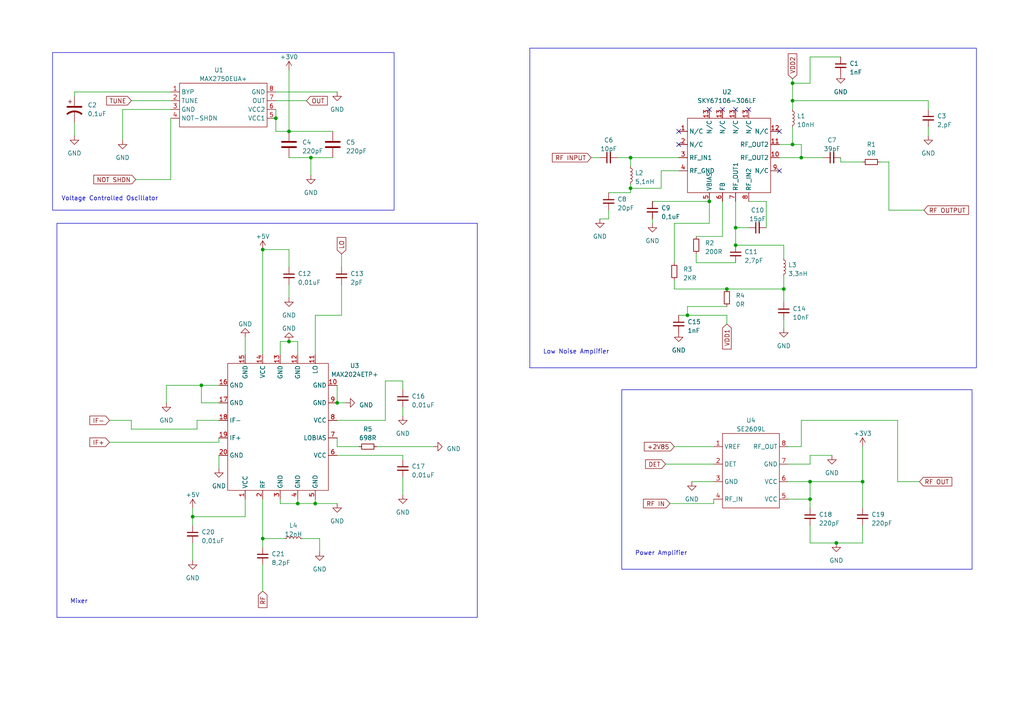
<source format=kicad_sch>
(kicad_sch (version 20230121) (generator eeschema)
  (paper "A4")
  (title_block (title "Circuitos Integrados") (date "2023-04-16") (rev "0v1") (company "Laboratório de MicroEletrônica") (comment 1 "Necessário fazer um double check nos foot prints") (comment 2 "Necessário fazer um double check nos esquemáticos de cada CI"))
  (lib_symbols
    (symbol "Device:C" (pin_numbers hide) (pin_names (offset 0.254))
      (property "Reference" "C" (at 0.635 2.54 0))
      (property "Value" "C" (at 0.635 -2.54 0))
      (symbol "C_0_1"
        (polyline (pts (xy -2.032 -0.762) (xy 2.032 -0.762)) (stroke (width 0.508)))
        (polyline (pts (xy -2.032 0.762) (xy 2.032 0.762)) (stroke (width 0.508)))
      )
      (symbol "C_1_1"
        (pin passive line (at 0 3.81 270) (length 2.794) (name "~") (number "1"))
        (pin passive line (at 0 -3.81 90) (length 2.794) (name "~") (number "2"))
      )
    )
    (symbol "Device:C_Polarized_US" (pin_numbers hide) (pin_names (offset 0.254) hide)
      (property "Reference" "C" (at 0.635 2.54 0))
      (property "Value" "C_Polarized_US" (at 0.635 -2.54 0))
      (symbol "C_Polarized_US_0_1"
        (polyline (pts (xy -2.032 0.762) (xy 2.032 0.762)) (stroke (width 0.508)))
        (polyline (pts (xy -1.778 2.286) (xy -0.762 2.286)))
        (polyline (pts (xy -1.27 1.778) (xy -1.27 2.794)))
        (arc (start 2.032 -1.27) (mid 0 -0.5572) (end -2.032 -1.27) (stroke (width 0.508)))
      )
      (symbol "C_Polarized_US_1_1"
        (pin passive line (at 0 3.81 270) (length 2.794) (name "~") (number "1"))
        (pin passive line (at 0 -3.81 90) (length 3.302) (name "~") (number "2"))
      )
    )
    (symbol "Device:C_Small" (pin_numbers hide) (pin_names (offset 0.254) hide)
      (property "Reference" "C" (at 0.254 1.778 0))
      (property "Value" "C_Small" (at 0.254 -2.032 0))
      (symbol "C_Small_0_1"
        (polyline (pts (xy -1.524 -0.508) (xy 1.524 -0.508)) (stroke (width 0.3302)))
        (polyline (pts (xy -1.524 0.508) (xy 1.524 0.508)) (stroke (width 0.3048)))
      )
      (symbol "C_Small_1_1"
        (pin passive line (at 0 2.54 270) (length 2.032) (name "~") (number "1"))
        (pin passive line (at 0 -2.54 90) (length 2.032) (name "~") (number "2"))
      )
    )
    (symbol "Device:L_Small" (pin_numbers hide) (pin_names (offset 0.254) hide)
      (property "Reference" "L" (at 0.762 1.016 0))
      (property "Value" "L_Small" (at 0.762 -1.016 0))
      (symbol "L_Small_0_1"
        (arc (start 0 -2.032) (mid 0.5058 -1.524) (end 0 -1.016))
        (arc (start 0 -1.016) (mid 0.5058 -0.508) (end 0 0))
        (arc (start 0 0) (mid 0.5058 0.508) (end 0 1.016))
        (arc (start 0 1.016) (mid 0.5058 1.524) (end 0 2.032))
      )
      (symbol "L_Small_1_1"
        (pin passive line (at 0 2.54 270) (length 0.508) (name "~") (number "1"))
        (pin passive line (at 0 -2.54 90) (length 0.508) (name "~") (number "2"))
      )
    )
    (symbol "Device:R_Small" (pin_numbers hide) (pin_names (offset 0.254) hide)
      (property "Reference" "R" (at 0.762 0.508 0))
      (property "Value" "R_Small" (at 0.762 -1.016 0))
      (symbol "R_Small_0_1"
        (rectangle (start -0.762 1.778) (end 0.762 -1.778) (stroke (width 0.2032)))
      )
      (symbol "R_Small_1_1"
        (pin passive line (at 0 2.54 270) (length 0.762) (name "~") (number "1"))
        (pin passive line (at 0 -2.54 90) (length 0.762) (name "~") (number "2"))
      )
    )
    (symbol "power:+3V0" (power) (pin_names (offset 0))
      (property "Value" "+3V0" (at 0 3.556 0))
      (symbol "+3V0_0_1"
        (polyline (pts (xy -0.762 1.27) (xy 0 2.54)))
        (polyline (pts (xy 0 0) (xy 0 2.54)))
        (polyline (pts (xy 0 2.54) (xy 0.762 1.27)))
      )
      (symbol "+3V0_1_1"
        (pin power_in line (at 0 0 90) (length 0) hide (name "+3V0") (number "1"))
      )
    )
    (symbol "power:+3V3" (power) (pin_names (offset 0))
      (property "Value" "+3V3" (at 0 3.556 0))
      (symbol "+3V3_0_1"
        (polyline (pts (xy -0.762 1.27) (xy 0 2.54)))
        (polyline (pts (xy 0 0) (xy 0 2.54)))
        (polyline (pts (xy 0 2.54) (xy 0.762 1.27)))
      )
      (symbol "+3V3_1_1"
        (pin power_in line (at 0 0 90) (length 0) hide (name "+3V3") (number "1"))
      )
    )
    (symbol "power:+5V" (power) (pin_names (offset 0))
      (property "Value" "+5V" (at 0 3.556 0))
      (symbol "+5V_0_1"
        (polyline (pts (xy -0.762 1.27) (xy 0 2.54)))
        (polyline (pts (xy 0 0) (xy 0 2.54)))
        (polyline (pts (xy 0 2.54) (xy 0.762 1.27)))
      )
      (symbol "+5V_1_1"
        (pin power_in line (at 0 0 90) (length 0) hide (name "+5V") (number "1"))
      )
    )
    (symbol "power:GND" (power) (pin_names (offset 0))
      (property "Value" "GND" (at 0 -3.81 0))
      (symbol "GND_0_1"
        (polyline (pts (xy 0 0) (xy 0 -1.27) (xy 1.27 -1.27) (xy 0 -2.54) (xy -1.27 -1.27) (xy 0 -1.27)))
      )
      (symbol "GND_1_1"
        (pin power_in line (at 0 0 270) (length 0) hide (name "GND") (number "1"))
      )
    )
    (symbol "radar_2_4_GHz:MAX2024ETP+"
      (property "Reference" "U" (at 0 26.67 0))
      (property "Value" "MAX2024ETP+" (at 0 24.13 0))
      (symbol "MAX2024ETP+_0_1"
        (rectangle (start -15.24 19.05) (end 13.97 -17.78))
      )
      (symbol "MAX2024ETP+_1_1"
        (pin passive line (at -10.16 -20.32 90) (length 2.54) (name "VCC") (number "1"))
        (pin passive line (at 16.51 12.7 180) (length 2.54) (name "GND") (number "10"))
        (pin passive line (at 10.16 21.59 270) (length 2.54) (name "LO") (number "11"))
        (pin passive line (at 5.08 21.59 270) (length 2.54) (name "GND") (number "12"))
        (pin passive line (at 0 21.59 270) (length 2.54) (name "GND") (number "13"))
        (pin passive line (at -5.08 21.59 270) (length 2.54) (name "VCC") (number "14"))
        (pin passive line (at -10.16 21.59 270) (length 2.54) (name "GND") (number "15"))
        (pin passive line (at -17.78 12.7 0) (length 2.54) (name "GND") (number "16"))
        (pin passive line (at -17.78 7.62 0) (length 2.54) (name "GND") (number "17"))
        (pin passive line (at -17.78 2.54 0) (length 2.54) (name "IF-") (number "18"))
        (pin passive line (at -17.78 -2.54 0) (length 2.54) (name "IF+") (number "19"))
        (pin passive line (at -5.08 -20.32 90) (length 2.54) (name "RF") (number "2"))
        (pin passive line (at -17.78 -7.62 0) (length 2.54) (name "GND") (number "20"))
        (pin passive line (at 0 -20.32 90) (length 2.54) (name "GND") (number "3"))
        (pin passive line (at 5.08 -20.32 90) (length 2.54) (name "GND") (number "4"))
        (pin passive line (at 10.16 -20.32 90) (length 2.54) (name "GND") (number "5"))
        (pin passive line (at 16.51 -7.62 180) (length 2.54) (name "VCC") (number "6"))
        (pin passive line (at 16.51 -2.54 180) (length 2.54) (name "LOBIAS") (number "7"))
        (pin passive line (at 16.51 2.54 180) (length 2.54) (name "VCC") (number "8"))
        (pin passive line (at 16.51 7.62 180) (length 2.54) (name "GND") (number "9"))
      )
    )
    (symbol "radar_2_4_GHz:MAX2750EUA+"
      (symbol "MAX2750EUA+_0_1"
        (rectangle (start -17.78 -1.27) (end 7.62 -13.97))
      )
      (symbol "MAX2750EUA+_1_1"
        (pin passive line (at -20.32 -3.81 0) (length 2.54) (name "BYP") (number "1"))
        (pin passive line (at -20.32 -6.35 0) (length 2.54) (name "TUNE") (number "2"))
        (pin passive line (at -20.32 -8.89 0) (length 2.54) (name "GND") (number "3"))
        (pin passive line (at -20.32 -11.43 0) (length 2.54) (name "NOT-SHDN") (number "4"))
        (pin passive line (at 10.16 -11.43 180) (length 2.54) (name "VCC1") (number "5"))
        (pin passive line (at 10.16 -8.89 180) (length 2.54) (name "VCC2") (number "6"))
        (pin output line (at 10.16 -6.35 180) (length 2.54) (name "OUT") (number "7"))
        (pin passive line (at 10.16 -3.81 180) (length 2.54) (name "GND") (number "8"))
      )
    )
    (symbol "radar_2_4_GHz:SE2609L"
      (property "Reference" "U" (at 0 10.16 0))
      (property "Value" "SE2609L" (at 0 6.35 0))
      (symbol "SE2609L_0_1"
        (rectangle (start -7.62 3.81) (end 8.89 -17.78))
      )
      (symbol "SE2609L_1_1"
        (pin passive line (at -10.16 0 0) (length 2.54) (name "VREF") (number "1"))
        (pin passive line (at -10.16 -5.08 0) (length 2.54) (name "DET") (number "2"))
        (pin passive line (at -10.16 -10.16 0) (length 2.54) (name "GND") (number "3"))
        (pin passive line (at -10.16 -15.24 0) (length 2.54) (name "RF_IN") (number "4"))
        (pin passive line (at 11.43 -15.24 180) (length 2.54) (name "VCC") (number "5"))
        (pin passive line (at 11.43 -10.16 180) (length 2.54) (name "VCC") (number "6"))
        (pin passive line (at 11.43 -5.08 180) (length 2.54) (name "GND") (number "7"))
        (pin passive line (at 11.43 0 180) (length 2.54) (name "RF_OUT") (number "8"))
      )
    )
    (symbol "radar_2_4_GHz:SKY67106-306LF"
      (property "Reference" "U" (at 0 20.32 0))
      (property "Value" "SKY67106-306LF" (at 1.27 16.51 0))
      (symbol "SKY67106-306LF_0_1"
        (rectangle (start -11.43 11.43) (end 12.7 -10.16))
      )
      (symbol "SKY67106-306LF_1_1"
        (pin passive line (at -13.97 7.62 0) (length 2.54) (name "N/C") (number "1"))
        (pin passive line (at 15.24 0 180) (length 2.54) (name "RF_OUT2") (number "10"))
        (pin passive line (at 15.24 3.81 180) (length 2.54) (name "RF_OUT2") (number "11"))
        (pin passive line (at 15.24 7.62 180) (length 2.54) (name "N/C") (number "12"))
        (pin passive line (at -5.08 13.97 270) (length 2.54) (name "N/C") (number "13"))
        (pin passive line (at -1.27 13.97 270) (length 2.54) (name "N/C") (number "13"))
        (pin passive line (at 2.54 13.97 270) (length 2.54) (name "N/C") (number "13"))
        (pin passive line (at 6.35 13.97 270) (length 2.54) (name "N/C") (number "13"))
        (pin passive line (at -13.97 3.81 0) (length 2.54) (name "N/C") (number "2"))
        (pin passive line (at -13.97 0 0) (length 2.54) (name "RF_IN1") (number "3"))
        (pin passive line (at -13.97 -3.81 0) (length 2.54) (name "RF_GND") (number "4"))
        (pin passive line (at -5.08 -12.7 90) (length 2.54) (name "VBIAS") (number "5"))
        (pin passive line (at -1.27 -12.7 90) (length 2.54) (name "FB") (number "6"))
        (pin passive line (at 2.54 -12.7 90) (length 2.54) (name "RF_OUT1") (number "7"))
        (pin passive line (at 6.35 -12.7 90) (length 2.54) (name "RF_IN2") (number "8"))
        (pin passive line (at 15.24 -3.81 180) (length 2.54) (name "N/C") (number "9"))
      )
    )
  )
  (junction (at 91.44 146.05))
  (junction (at 83.82 38.1))
  (junction (at 213.36 71.12))
  (junction (at 229.87 24.13))
  (junction (at 80.01 34.29))
  (junction (at 76.2 156.21))
  (junction (at 55.88 149.86))
  (junction (at 234.95 144.78))
  (junction (at 97.79 116.84))
  (junction (at 182.88 45.72))
  (junction (at 205.74 58.42))
  (junction (at 227.33 83.82))
  (junction (at 182.88 54.61))
  (junction (at 229.87 29.21))
  (junction (at 213.36 66.04))
  (junction (at 234.95 139.7))
  (junction (at 58.42 111.76))
  (junction (at 83.82 99.06))
  (junction (at 86.36 146.05))
  (junction (at 250.19 139.7))
  (junction (at 76.2 72.39))
  (junction (at 210.82 83.82))
  (junction (at 232.41 45.72))
  (junction (at 242.57 157.48))
  (junction (at 90.17 45.72))
  (junction (at 199.39 91.44))
  (junction (at 229.87 41.91))
  (no_connect (at 217.17 31.75))
  (no_connect (at 209.55 31.75))
  (no_connect (at 226.06 38.1))
  (no_connect (at 213.36 31.75))
  (no_connect (at 205.74 31.75))
  (no_connect (at 196.85 38.1))
  (no_connect (at 196.85 41.91))
  (no_connect (at 226.06 49.53))
  (wire (pts (xy 242.57 157.48) (xy 250.19 157.48)))
  (wire (pts (xy 76.2 156.21) (xy 76.2 158.75)))
  (wire (pts (xy 80.01 38.1) (xy 80.01 34.29)))
  (wire (pts (xy 97.79 132.08) (xy 116.84 132.08)))
  (wire (pts (xy 243.84 46.99) (xy 243.84 45.72)))
  (wire (pts (xy 97.79 116.84) (xy 100.33 116.84)))
  (wire (pts (xy 234.95 16.51) (xy 234.95 24.13)))
  (wire (pts (xy 92.71 156.21) (xy 87.63 156.21)))
  (wire (pts (xy 227.33 87.63) (xy 227.33 83.82)))
  (wire (pts (xy 86.36 102.87) (xy 86.36 99.06)))
  (wire (pts (xy 116.84 110.49) (xy 116.84 113.03)))
  (wire (pts (xy 250.19 129.54) (xy 250.19 139.7)))
  (wire (pts (xy 234.95 139.7) (xy 250.19 139.7)))
  (wire (pts (xy 81.28 99.06) (xy 81.28 102.87)))
  (wire (pts (xy 80.01 29.21) (xy 88.9 29.21)))
  (wire (pts (xy 195.58 83.82) (xy 210.82 83.82)))
  (wire (pts (xy 229.87 41.91) (xy 232.41 41.91)))
  (wire (pts (xy 35.56 31.75) (xy 35.56 40.64)))
  (wire (pts (xy 49.53 52.07) (xy 39.37 52.07)))
  (wire (pts (xy 171.45 45.72) (xy 173.99 45.72)))
  (wire (pts (xy 195.58 64.77) (xy 205.74 64.77)))
  (wire (pts (xy 199.39 88.9) (xy 199.39 91.44)))
  (wire (pts (xy 97.79 129.54) (xy 97.79 127)))
  (wire (pts (xy 182.88 55.88) (xy 182.88 54.61)))
  (wire (pts (xy 260.35 139.7) (xy 260.35 121.92)))
  (wire (pts (xy 63.5 132.08) (xy 63.5 135.89)))
  (wire (pts (xy 234.95 132.08) (xy 241.3 132.08)))
  (wire (pts (xy 228.6 134.62) (xy 234.95 134.62)))
  (wire (pts (xy 232.41 129.54) (xy 228.6 129.54)))
  (wire (pts (xy 232.41 121.92) (xy 232.41 129.54)))
  (wire (pts (xy 31.75 128.27) (xy 63.5 128.27)))
  (wire (pts (xy 176.53 60.96) (xy 176.53 63.5)))
  (wire (pts (xy 58.42 116.84) (xy 63.5 116.84)))
  (wire (pts (xy 83.82 82.55) (xy 83.82 86.36)))
  (wire (pts (xy 269.24 36.83) (xy 269.24 39.37)))
  (wire (pts (xy 234.95 24.13) (xy 229.87 24.13)))
  (wire (pts (xy 111.76 110.49) (xy 116.84 110.49)))
  (wire (pts (xy 76.2 163.83) (xy 76.2 171.45)))
  (wire (pts (xy 213.36 66.04) (xy 217.17 66.04)))
  (wire (pts (xy 111.76 121.92) (xy 111.76 110.49)))
  (wire (pts (xy 97.79 111.76) (xy 97.79 116.84)))
  (wire (pts (xy 209.55 68.58) (xy 209.55 58.42)))
  (wire (pts (xy 92.71 160.02) (xy 92.71 156.21)))
  (wire (pts (xy 189.23 64.77) (xy 189.23 63.5)))
  (wire (pts (xy 83.82 99.06) (xy 81.28 99.06)))
  (wire (pts (xy 48.26 116.84) (xy 48.26 111.76)))
  (wire (pts (xy 80.01 38.1) (xy 83.82 38.1)))
  (wire (pts (xy 86.36 144.78) (xy 86.36 146.05)))
  (wire (pts (xy 48.26 111.76) (xy 58.42 111.76)))
  (wire (pts (xy 182.88 45.72) (xy 182.88 48.26)))
  (wire (pts (xy 55.88 149.86) (xy 55.88 152.4)))
  (wire (pts (xy 81.28 146.05) (xy 81.28 144.78)))
  (wire (pts (xy 266.7 139.7) (xy 260.35 139.7)))
  (wire (pts (xy 229.87 29.21) (xy 229.87 31.75)))
  (wire (pts (xy 257.81 46.99) (xy 257.81 60.96)))
  (wire (pts (xy 71.12 144.78) (xy 71.12 149.86)))
  (wire (pts (xy 234.95 139.7) (xy 234.95 144.78)))
  (wire (pts (xy 243.84 46.99) (xy 250.19 46.99)))
  (wire (pts (xy 226.06 41.91) (xy 229.87 41.91)))
  (wire (pts (xy 199.39 91.44) (xy 210.82 91.44)))
  (wire (pts (xy 182.88 54.61) (xy 191.77 54.61)))
  (wire (pts (xy 227.33 74.93) (xy 227.33 71.12)))
  (wire (pts (xy 182.88 54.61) (xy 182.88 53.34)))
  (wire (pts (xy 234.95 144.78) (xy 234.95 147.32)))
  (wire (pts (xy 21.59 35.56) (xy 21.59 39.37)))
  (wire (pts (xy 213.36 66.04) (xy 213.36 71.12)))
  (wire (pts (xy 38.1 29.21) (xy 49.53 29.21)))
  (wire (pts (xy 229.87 36.83) (xy 229.87 41.91)))
  (wire (pts (xy 80.01 31.75) (xy 80.01 34.29)))
  (wire (pts (xy 90.17 45.72) (xy 96.52 45.72)))
  (wire (pts (xy 116.84 118.11) (xy 116.84 120.65)))
  (wire (pts (xy 91.44 102.87) (xy 91.44 91.44)))
  (wire (pts (xy 86.36 99.06) (xy 83.82 99.06)))
  (wire (pts (xy 83.82 72.39) (xy 83.82 77.47)))
  (wire (pts (xy 97.79 121.92) (xy 111.76 121.92)))
  (wire (pts (xy 213.36 76.2) (xy 201.93 76.2)))
  (wire (pts (xy 257.81 46.99) (xy 255.27 46.99)))
  (wire (pts (xy 49.53 26.67) (xy 21.59 26.67)))
  (wire (pts (xy 201.93 76.2) (xy 201.93 73.66)))
  (wire (pts (xy 191.77 49.53) (xy 191.77 54.61)))
  (wire (pts (xy 234.95 134.62) (xy 234.95 132.08)))
  (wire (pts (xy 238.76 45.72) (xy 232.41 45.72)))
  (wire (pts (xy 189.23 58.42) (xy 205.74 58.42)))
  (wire (pts (xy 71.12 149.86) (xy 55.88 149.86)))
  (wire (pts (xy 196.85 91.44) (xy 199.39 91.44)))
  (wire (pts (xy 227.33 71.12) (xy 213.36 71.12)))
  (wire (pts (xy 257.81 60.96) (xy 267.97 60.96)))
  (wire (pts (xy 83.82 45.72) (xy 90.17 45.72)))
  (wire (pts (xy 57.15 124.46) (xy 38.1 124.46)))
  (wire (pts (xy 195.58 76.2) (xy 195.58 64.77)))
  (wire (pts (xy 99.06 91.44) (xy 99.06 82.55)))
  (wire (pts (xy 97.79 26.67) (xy 80.01 26.67)))
  (wire (pts (xy 76.2 144.78) (xy 76.2 156.21)))
  (wire (pts (xy 234.95 157.48) (xy 242.57 157.48)))
  (wire (pts (xy 63.5 128.27) (xy 63.5 127)))
  (wire (pts (xy 176.53 55.88) (xy 182.88 55.88)))
  (wire (pts (xy 196.85 45.72) (xy 182.88 45.72)))
  (wire (pts (xy 229.87 29.21) (xy 269.24 29.21)))
  (wire (pts (xy 260.35 121.92) (xy 232.41 121.92)))
  (wire (pts (xy 97.79 146.05) (xy 91.44 146.05)))
  (wire (pts (xy 38.1 124.46) (xy 38.1 121.92)))
  (wire (pts (xy 207.01 146.05) (xy 207.01 144.78)))
  (wire (pts (xy 109.22 129.54) (xy 125.73 129.54)))
  (wire (pts (xy 250.19 139.7) (xy 250.19 147.32)))
  (wire (pts (xy 200.66 139.7) (xy 207.01 139.7)))
  (wire (pts (xy 55.88 157.48) (xy 55.88 162.56)))
  (wire (pts (xy 82.55 156.21) (xy 76.2 156.21)))
  (wire (pts (xy 57.15 121.92) (xy 57.15 124.46)))
  (wire (pts (xy 58.42 111.76) (xy 63.5 111.76)))
  (wire (pts (xy 76.2 102.87) (xy 76.2 72.39)))
  (wire (pts (xy 91.44 146.05) (xy 86.36 146.05)))
  (wire (pts (xy 196.85 49.53) (xy 191.77 49.53)))
  (wire (pts (xy 195.58 129.54) (xy 207.01 129.54)))
  (wire (pts (xy 71.12 97.79) (xy 71.12 102.87)))
  (wire (pts (xy 83.82 38.1) (xy 96.52 38.1)))
  (wire (pts (xy 210.82 91.44) (xy 210.82 93.98)))
  (wire (pts (xy 179.07 45.72) (xy 182.88 45.72)))
  (wire (pts (xy 38.1 121.92) (xy 31.75 121.92)))
  (wire (pts (xy 173.99 63.5) (xy 176.53 63.5)))
  (wire (pts (xy 228.6 144.78) (xy 234.95 144.78)))
  (wire (pts (xy 86.36 146.05) (xy 81.28 146.05)))
  (wire (pts (xy 63.5 121.92) (xy 57.15 121.92)))
  (wire (pts (xy 91.44 91.44) (xy 99.06 91.44)))
  (wire (pts (xy 232.41 41.91) (xy 232.41 45.72)))
  (wire (pts (xy 228.6 139.7) (xy 234.95 139.7)))
  (wire (pts (xy 83.82 20.32) (xy 83.82 38.1)))
  (wire (pts (xy 205.74 64.77) (xy 205.74 58.42)))
  (wire (pts (xy 91.44 144.78) (xy 91.44 146.05)))
  (wire (pts (xy 116.84 138.43) (xy 116.84 143.51)))
  (wire (pts (xy 234.95 152.4) (xy 234.95 157.48)))
  (wire (pts (xy 217.17 58.42) (xy 222.25 58.42)))
  (wire (pts (xy 194.31 146.05) (xy 207.01 146.05)))
  (wire (pts (xy 58.42 111.76) (xy 58.42 116.84)))
  (wire (pts (xy 195.58 83.82) (xy 195.58 81.28)))
  (wire (pts (xy 222.25 58.42) (xy 222.25 66.04)))
  (wire (pts (xy 201.93 68.58) (xy 209.55 68.58)))
  (wire (pts (xy 243.84 16.51) (xy 234.95 16.51)))
  (wire (pts (xy 250.19 152.4) (xy 250.19 157.48)))
  (wire (pts (xy 227.33 80.01) (xy 227.33 83.82)))
  (wire (pts (xy 229.87 24.13) (xy 229.87 22.86)))
  (wire (pts (xy 99.06 73.66) (xy 99.06 77.47)))
  (wire (pts (xy 210.82 83.82) (xy 227.33 83.82)))
  (wire (pts (xy 49.53 31.75) (xy 35.56 31.75)))
  (wire (pts (xy 193.04 134.62) (xy 207.01 134.62)))
  (wire (pts (xy 21.59 26.67) (xy 21.59 27.94)))
  (wire (pts (xy 213.36 66.04) (xy 213.36 58.42)))
  (wire (pts (xy 49.53 34.29) (xy 49.53 52.07)))
  (wire (pts (xy 210.82 88.9) (xy 199.39 88.9)))
  (wire (pts (xy 104.14 129.54) (xy 97.79 129.54)))
  (wire (pts (xy 269.24 29.21) (xy 269.24 31.75)))
  (wire (pts (xy 116.84 132.08) (xy 116.84 133.35)))
  (wire (pts (xy 76.2 72.39) (xy 83.82 72.39)))
  (wire (pts (xy 55.88 147.32) (xy 55.88 149.86)))
  (wire (pts (xy 229.87 24.13) (xy 229.87 29.21)))
  (wire (pts (xy 90.17 45.72) (xy 90.17 50.8)))
  (wire (pts (xy 227.33 95.25) (xy 227.33 92.71)))
  (wire (pts (xy 226.06 45.72) (xy 232.41 45.72)))
  (rectangle (start 16.51 64.77) (end 138.43 179.07))
  (rectangle (start 153.67 13.97) (end 283.21 106.68))
  (rectangle (start 15.24 15.24) (end 114.3 60.96))
  (rectangle (start 180.34 113.03) (end 281.94 165.1))
  (text "Voltage Controlled Oscillator" (at 17.78 58.42 0) (effects (font (size 1.27 1.27)) (justify left bottom)))
  (text "Power Amplifier" (at 184.15 161.29 0) (effects (font (size 1.27 1.27)) (justify left bottom)))
  (text "Mixer" (at 20.32 175.26 0) (effects (font (size 1.27 1.27)) (justify left bottom)))
  (text "Low Noise Amplifier" (at 157.48 102.87 0) (effects (font (size 1.27 1.27)) (justify left bottom)))
  (global_label "RF OUT" (shape input) (at 266.7 139.7 0) (property "Intersheetrefs" "${INTERSHEET_REFS}" (effects hide)))
  (global_label "TUNE" (shape input) (at 38.1 29.21 180) (property "Intersheetrefs" "${INTERSHEET_REFS}" (effects hide)))
  (global_label "OUT" (shape input) (at 88.9 29.21 0) (property "Intersheetrefs" "${INTERSHEET_REFS}" (effects hide)))
  (global_label "RF OUTPUT" (shape input) (at 267.97 60.96 0) (property "Intersheetrefs" "${INTERSHEET_REFS}" (effects hide)))
  (global_label "DET" (shape input) (at 193.04 134.62 180) (property "Intersheetrefs" "${INTERSHEET_REFS}" (effects hide)))
  (global_label "RF IN" (shape input) (at 194.31 146.05 180) (property "Intersheetrefs" "${INTERSHEET_REFS}" (effects hide)))
  (global_label "+2V85" (shape input) (at 195.58 129.54 180) (property "Intersheetrefs" "${INTERSHEET_REFS}" (effects hide)))
  (global_label "NOT SHDN" (shape input) (at 39.37 52.07 180) (property "Intersheetrefs" "${INTERSHEET_REFS}" (effects hide)))
  (global_label "LO" (shape input) (at 99.06 73.66 90) (property "Intersheetrefs" "${INTERSHEET_REFS}" (effects hide)))
  (global_label "RF" (shape input) (at 76.2 171.45 270) (property "Intersheetrefs" "${INTERSHEET_REFS}" (effects hide)))
  (global_label "VDD1" (shape input) (at 210.82 93.98 270) (property "Intersheetrefs" "${INTERSHEET_REFS}" (effects hide)))
  (global_label "IF-" (shape input) (at 31.75 121.92 180) (property "Intersheetrefs" "${INTERSHEET_REFS}" (effects hide)))
  (global_label "VDD2" (shape input) (at 229.87 22.86 90) (property "Intersheetrefs" "${INTERSHEET_REFS}" (effects hide)))
  (global_label "IF+" (shape input) (at 31.75 128.27 180) (property "Intersheetrefs" "${INTERSHEET_REFS}" (effects hide)))
  (global_label "RF INPUT" (shape input) (at 171.45 45.72 180) (property "Intersheetrefs" "${INTERSHEET_REFS}" (effects hide)))
  (symbol (lib_id "power:GND") (at 269.24 39.37 0) (unit 1)
    (property "Reference" "#PWR05" (effects hide))
    (property "Value" "GND" (at 269.24 44.45 0))
  )
  (symbol (lib_id "Device:R_Small") (at 201.93 71.12 0) (unit 1)
    (property "Reference" "R2" (at 204.47 70.485 0) (effects (justify left)))
    (property "Value" "200R" (at 204.47 73.025 0) (effects (justify left)))
    (property "Footprint" "Resistor_SMD:R_0402_1005Metric" (effects hide))
  )
  (symbol (lib_id "Device:C_Small") (at 76.2 161.29 0) (unit 1)
    (property "Reference" "C21" (at 78.74 160.6613 0) (effects (justify left)))
    (property "Value" "8,2pF" (at 78.74 163.2013 0) (effects (justify left)))
    (property "Footprint" "Capacitor_SMD:C_0402_1005Metric" (effects hide))
  )
  (symbol (lib_id "power:+5V") (at 76.2 72.39 0) (unit 1)
    (property "Reference" "#PWR010" (effects hide))
    (property "Value" "+5V" (at 76.2 68.58 0))
  )
  (symbol (lib_id "Device:C_Small") (at 213.36 73.66 0) (unit 1)
    (property "Reference" "C11" (at 215.9 73.0313 0) (effects (justify left)))
    (property "Value" "2,7pF" (at 215.9 75.5713 0) (effects (justify left)))
    (property "Footprint" "Capacitor_SMD:C_0402_1005Metric" (effects hide))
  )
  (symbol (lib_id "Device:C_Small") (at 99.06 80.01 0) (unit 1)
    (property "Reference" "C13" (at 101.6 79.3813 0) (effects (justify left)))
    (property "Value" "2pF" (at 101.6 81.9213 0) (effects (justify left)))
    (property "Footprint" "Capacitor_SMD:C_0402_1005Metric" (effects hide))
  )
  (symbol (lib_id "power:GND") (at 242.57 157.48 0) (unit 1)
    (property "Reference" "#PWR027" (effects hide))
    (property "Value" "GND" (at 242.57 162.56 0))
  )
  (symbol (lib_id "power:GND") (at 35.56 40.64 0) (unit 1)
    (property "Reference" "#PWR06" (effects hide))
    (property "Value" "GND" (at 35.56 45.72 0))
  )
  (symbol (lib_id "power:GND") (at 100.33 116.84 90) (unit 1)
    (property "Reference" "#PWR017" (effects hide))
    (property "Value" "GND" (at 104.14 117.475 90) (effects (justify right)))
  )
  (symbol (lib_id "power:GND") (at 241.3 132.08 0) (unit 1)
    (property "Reference" "#PWR021" (effects hide))
    (property "Value" "GND" (at 241.3 137.16 0))
  )
  (symbol (lib_id "Device:L_Small") (at 182.88 50.8 0) (unit 1)
    (property "Reference" "L2" (at 184.15 50.165 0) (effects (justify left)))
    (property "Value" "5,1nH" (at 184.15 52.705 0) (effects (justify left)))
    (property "Footprint" "Inductor_SMD:L_0402_1005Metric" (effects hide))
  )
  (symbol (lib_id "Device:C") (at 96.52 41.91 0) (unit 1)
    (property "Reference" "C5" (at 100.33 41.275 0) (effects (justify left)))
    (property "Value" "220pF" (at 100.33 43.815 0) (effects (justify left)))
    (property "Footprint" "Capacitor_SMD:C_0402_1005Metric" (effects hide))
  )
  (symbol (lib_id "power:GND") (at 55.88 162.56 0) (unit 1)
    (property "Reference" "#PWR029" (effects hide))
    (property "Value" "GND" (at 55.88 167.64 0))
  )
  (symbol (lib_id "power:+3V3") (at 250.19 129.54 0) (unit 1)
    (property "Reference" "#PWR020" (effects hide))
    (property "Value" "+3V3" (at 250.19 125.73 0))
  )
  (symbol (lib_id "Device:L_Small") (at 227.33 77.47 0) (unit 1)
    (property "Reference" "L3" (at 228.6 76.835 0) (effects (justify left)))
    (property "Value" "3,3nH" (at 228.6 79.375 0) (effects (justify left)))
    (property "Footprint" "Inductor_SMD:L_0402_1005Metric" (effects hide))
  )
  (symbol (lib_id "power:GND") (at 116.84 120.65 0) (unit 1)
    (property "Reference" "#PWR018" (effects hide))
    (property "Value" "GND" (at 116.84 125.73 0))
  )
  (symbol (lib_id "Device:L_Small") (at 85.09 156.21 90) (unit 1)
    (property "Reference" "L4" (at 85.09 152.4 90))
    (property "Value" "12nH" (at 85.09 154.94 90))
    (property "Footprint" "Inductor_SMD:L_0402_1005Metric" (effects hide))
  )
  (symbol (lib_id "power:GND") (at 92.71 160.02 0) (unit 1)
    (property "Reference" "#PWR028" (effects hide))
    (property "Value" "GND" (at 92.71 165.1 0))
  )
  (symbol (lib_id "Device:C_Small") (at 243.84 19.05 0) (unit 1)
    (property "Reference" "C1" (at 246.38 18.4213 0) (effects (justify left)))
    (property "Value" "1nF" (at 246.38 20.9613 0) (effects (justify left)))
    (property "Footprint" "Capacitor_SMD:C_0402_1005Metric" (effects hide))
  )
  (symbol (lib_id "radar_2_4_GHz:MAX2750EUA+") (at 69.85 22.86 0) (unit 1)
    (property "Reference" "U1" (at 63.5 20.32 0))
    (property "Value" "MAX2750EUA+" (at 64.77 22.86 0))
    (property "Footprint" "Package_SO:MSOP-8_3x3mm_P0.65mm" (effects hide))
    (property "Datasheet" "https://br.mouser.com/datasheet/2/609/MAX2750_MAX2752-3127828.pdf" (effects hide))
  )
  (symbol (lib_id "Device:C_Small") (at 219.71 66.04 90) (unit 1)
    (property "Reference" "C10" (at 219.7163 60.96 90))
    (property "Value" "15pF" (at 219.7163 63.5 90))
    (property "Footprint" "Capacitor_SMD:C_0402_1005Metric" (effects hide))
  )
  (symbol (lib_id "Device:C_Small") (at 269.24 34.29 0) (unit 1)
    (property "Reference" "C3" (at 271.78 33.6613 0) (effects (justify left)))
    (property "Value" "2,pF" (at 271.78 36.2013 0) (effects (justify left)))
    (property "Footprint" "Capacitor_SMD:C_0402_1005Metric" (effects hide))
  )
  (symbol (lib_id "power:GND") (at 21.59 39.37 0) (unit 1)
    (property "Reference" "#PWR04" (effects hide))
    (property "Value" "GND" (at 21.59 44.45 0))
  )
  (symbol (lib_id "Device:C_Small") (at 241.3 45.72 90) (unit 1)
    (property "Reference" "C7" (at 241.3063 40.64 90))
    (property "Value" "39pF" (at 241.3063 43.18 90))
    (property "Footprint" "Capacitor_SMD:C_0402_1005Metric" (effects hide))
  )
  (symbol (lib_id "power:GND") (at 200.66 139.7 0) (unit 1)
    (property "Reference" "#PWR023" (effects hide))
    (property "Value" "GND" (at 200.66 144.78 0))
  )
  (symbol (lib_id "Device:L_Small") (at 229.87 34.29 0) (unit 1)
    (property "Reference" "L1" (at 231.14 33.655 0) (effects (justify left)))
    (property "Value" "10nH" (at 231.14 36.195 0) (effects (justify left)))
    (property "Footprint" "Inductor_SMD:L_0402_1005Metric" (effects hide))
  )
  (symbol (lib_id "power:GND") (at 63.5 135.89 0) (unit 1)
    (property "Reference" "#PWR022" (effects hide))
    (property "Value" "GND" (at 63.5 140.97 0))
  )
  (symbol (lib_id "Device:R_Small") (at 195.58 78.74 0) (unit 1)
    (property "Reference" "R3" (at 198.12 78.105 0) (effects (justify left)))
    (property "Value" "2KR" (at 198.12 80.645 0) (effects (justify left)))
    (property "Footprint" "Resistor_SMD:R_0402_1005Metric" (effects hide))
  )
  (symbol (lib_id "power:GND") (at 83.82 86.36 0) (unit 1)
    (property "Reference" "#PWR011" (effects hide))
    (property "Value" "GND" (at 83.82 91.44 0))
  )
  (symbol (lib_id "Device:C_Small") (at 250.19 149.86 0) (unit 1)
    (property "Reference" "C19" (at 252.73 149.2313 0) (effects (justify left)))
    (property "Value" "220pF" (at 252.73 151.7713 0) (effects (justify left)))
    (property "Footprint" "Capacitor_SMD:C_0402_1005Metric" (effects hide))
  )
  (symbol (lib_id "power:GND") (at 196.85 96.52 0) (unit 1)
    (property "Reference" "#PWR013" (effects hide))
    (property "Value" "GND" (at 196.85 101.6 0))
  )
  (symbol (lib_id "radar_2_4_GHz:SKY67106-306LF") (at 210.82 45.72 0) (unit 1)
    (property "Reference" "U2" (at 210.82 26.67 0))
    (property "Value" "SKY67106-306LF" (at 210.82 29.21 0))
    (property "Footprint" "Package_DFN_QFN:QFN-16-1EP_4x4mm_P0.65mm_EP2.1x2.1mm_ThermalVias" (effects hide))
    (property "Datasheet" "https://www.mouser.com/datasheet/2/472/SKYSS01995_1-2514933.pdf" (effects hide))
  )
  (symbol (lib_id "power:+3V0") (at 83.82 20.32 0) (unit 1)
    (property "Reference" "#PWR01" (effects hide))
    (property "Value" "+3V0" (at 83.82 16.51 0))
  )
  (symbol (lib_id "radar_2_4_GHz:MAX2024ETP+") (at 81.28 124.46 0) (unit 1)
    (property "Reference" "U3" (at 102.87 106.0703 0))
    (property "Value" "MAX2024ETP+" (at 102.87 108.6103 0))
    (property "Footprint" "Package_DFN_QFN:TQFN-20-1EP_5x5mm_P0.65mm_EP3.1x3.1mm" (effects hide))
    (property "Datasheet" "https://br.mouser.com/datasheet/2/609/MAX2042A-3128322.pdf" (effects hide))
  )
  (symbol (lib_id "power:GND") (at 83.82 99.06 180) (unit 1)
    (property "Reference" "#PWR015" (effects hide))
    (property "Value" "GND" (at 83.82 95.25 0))
  )
  (symbol (lib_id "power:GND") (at 189.23 64.77 0) (unit 1)
    (property "Reference" "#PWR09" (effects hide))
    (property "Value" "GND" (at 189.23 69.85 0))
  )
  (symbol (lib_id "Device:C_Small") (at 55.88 154.94 0) (unit 1)
    (property "Reference" "C20" (at 58.42 154.3113 0) (effects (justify left)))
    (property "Value" "0,01uF" (at 58.42 156.8513 0) (effects (justify left)))
    (property "Footprint" "Capacitor_SMD:C_0402_1005Metric" (effects hide))
  )
  (symbol (lib_id "Device:C_Small") (at 196.85 93.98 0) (unit 1)
    (property "Reference" "C15" (at 199.39 93.3513 0) (effects (justify left)))
    (property "Value" "1nF" (at 199.39 95.8913 0) (effects (justify left)))
    (property "Footprint" "Capacitor_SMD:C_0402_1005Metric" (effects hide))
  )
  (symbol (lib_id "power:GND") (at 90.17 50.8 0) (unit 1)
    (property "Reference" "#PWR07" (effects hide))
    (property "Value" "GND" (at 90.17 55.88 0))
  )
  (symbol (lib_id "Device:C_Small") (at 176.53 45.72 90) (unit 1)
    (property "Reference" "C6" (at 176.5363 40.64 90))
    (property "Value" "10pF" (at 176.5363 43.18 90))
    (property "Footprint" "Capacitor_SMD:C_0402_1005Metric" (effects hide))
  )
  (symbol (lib_id "power:GND") (at 71.12 97.79 180) (unit 1)
    (property "Reference" "#PWR014" (effects hide))
    (property "Value" "GND" (at 71.12 93.98 0))
  )
  (symbol (lib_id "radar_2_4_GHz:SE2609L") (at 217.17 129.54 0) (unit 1)
    (property "Reference" "U4" (at 217.805 121.92 0))
    (property "Value" "SE2609L" (at 217.805 124.46 0))
    (property "Footprint" "Package_DFN_QFN:DFN-8-1EP_2x2mm_P0.5mm_EP0.9x1.6mm" (effects hide))
    (property "Datasheet" "https://www.mouser.com/datasheet/2/472/SKYSS03354_1-2515049.pdf" (effects hide))
  )
  (symbol (lib_id "power:GND") (at 116.84 143.51 0) (unit 1)
    (property "Reference" "#PWR024" (effects hide))
    (property "Value" "GND" (at 116.84 148.59 0))
  )
  (symbol (lib_id "Device:C_Polarized_US") (at 21.59 31.75 0) (unit 1)
    (property "Reference" "C2" (at 25.4 30.48 0) (effects (justify left)))
    (property "Value" "0,1uF" (at 25.4 33.02 0) (effects (justify left)))
    (property "Footprint" "Capacitor_SMD:C_0402_1005Metric" (effects hide))
  )
  (symbol (lib_id "Device:C_Small") (at 189.23 60.96 0) (unit 1)
    (property "Reference" "C9" (at 191.77 60.3313 0) (effects (justify left)))
    (property "Value" "0,1uF" (at 191.77 62.8713 0) (effects (justify left)))
    (property "Footprint" "Capacitor_SMD:C_0402_1005Metric" (effects hide))
  )
  (symbol (lib_id "Device:C") (at 83.82 41.91 0) (unit 1)
    (property "Reference" "C4" (at 87.63 41.275 0) (effects (justify left)))
    (property "Value" "220pF" (at 87.63 43.815 0) (effects (justify left)))
    (property "Footprint" "Capacitor_SMD:C_0402_1005Metric" (effects hide))
  )
  (symbol (lib_id "Device:R_Small") (at 252.73 46.99 90) (unit 1)
    (property "Reference" "R1" (at 252.73 41.91 90))
    (property "Value" "0R" (at 252.73 44.45 90))
    (property "Footprint" "Resistor_SMD:R_0402_1005Metric" (effects hide))
  )
  (symbol (lib_id "power:GND") (at 243.84 21.59 0) (unit 1)
    (property "Reference" "#PWR02" (effects hide))
    (property "Value" "GND" (at 243.84 26.67 0))
  )
  (symbol (lib_id "Device:C_Small") (at 83.82 80.01 0) (unit 1)
    (property "Reference" "C12" (at 86.36 79.3813 0) (effects (justify left)))
    (property "Value" "0,01uF" (at 86.36 81.9213 0) (effects (justify left)))
    (property "Footprint" "Capacitor_SMD:C_0402_1005Metric" (effects hide))
  )
  (symbol (lib_id "power:GND") (at 173.99 63.5 0) (unit 1)
    (property "Reference" "#PWR08" (effects hide))
    (property "Value" "GND" (at 173.99 68.58 0))
  )
  (symbol (lib_id "power:GND") (at 48.26 116.84 0) (unit 1)
    (property "Reference" "#PWR016" (effects hide))
    (property "Value" "GND" (at 48.26 121.92 0))
  )
  (symbol (lib_id "power:GND") (at 97.79 26.67 0) (unit 1)
    (property "Reference" "#PWR03" (effects hide))
    (property "Value" "GND" (at 97.79 31.75 0))
  )
  (symbol (lib_id "Device:C_Small") (at 116.84 115.57 0) (unit 1)
    (property "Reference" "C16" (at 119.38 114.9413 0) (effects (justify left)))
    (property "Value" "0,01uF" (at 119.38 117.4813 0) (effects (justify left)))
    (property "Footprint" "Capacitor_SMD:C_0402_1005Metric" (effects hide))
  )
  (symbol (lib_id "Device:R_Small") (at 210.82 86.36 0) (unit 1)
    (property "Reference" "R4" (at 213.36 85.725 0) (effects (justify left)))
    (property "Value" "0R" (at 213.36 88.265 0) (effects (justify left)))
    (property "Footprint" "Resistor_SMD:R_0402_1005Metric" (effects hide))
  )
  (symbol (lib_id "Device:C_Small") (at 234.95 149.86 0) (unit 1)
    (property "Reference" "C18" (at 237.49 149.2313 0) (effects (justify left)))
    (property "Value" "220pF" (at 237.49 151.7713 0) (effects (justify left)))
    (property "Footprint" "Capacitor_SMD:C_0402_1005Metric" (effects hide))
  )
  (symbol (lib_id "Device:R_Small") (at 106.68 129.54 90) (unit 1)
    (property "Reference" "R5" (at 106.68 124.46 90))
    (property "Value" "698R" (at 106.68 127 90))
    (property "Footprint" "Resistor_SMD:R_0402_1005Metric" (effects hide))
  )
  (symbol (lib_id "Device:C_Small") (at 176.53 58.42 0) (unit 1)
    (property "Reference" "C8" (at 179.07 57.7913 0) (effects (justify left)))
    (property "Value" "20pF" (at 179.07 60.3313 0) (effects (justify left)))
    (property "Footprint" "Capacitor_SMD:C_0402_1005Metric" (effects hide))
  )
  (symbol (lib_id "power:GND") (at 227.33 95.25 0) (unit 1)
    (property "Reference" "#PWR012" (effects hide))
    (property "Value" "GND" (at 227.33 100.33 0))
  )
  (symbol (lib_id "power:GND") (at 125.73 129.54 90) (unit 1)
    (property "Reference" "#PWR019" (effects hide))
    (property "Value" "GND" (at 129.54 130.175 90) (effects (justify right)))
  )
  (symbol (lib_id "power:GND") (at 97.79 146.05 0) (unit 1)
    (property "Reference" "#PWR025" (effects hide))
    (property "Value" "GND" (at 97.79 151.13 0))
  )
  (symbol (lib_id "Device:C_Small") (at 227.33 90.17 0) (unit 1)
    (property "Reference" "C14" (at 229.87 89.5413 0) (effects (justify left)))
    (property "Value" "10nF" (at 229.87 92.0813 0) (effects (justify left)))
    (property "Footprint" "Capacitor_SMD:C_0402_1005Metric" (effects hide))
  )
  (symbol (lib_id "Device:C_Small") (at 116.84 135.89 0) (unit 1)
    (property "Reference" "C17" (at 119.38 135.2613 0) (effects (justify left)))
    (property "Value" "0,01uF" (at 119.38 137.8013 0) (effects (justify left)))
    (property "Footprint" "Capacitor_SMD:C_0402_1005Metric" (effects hide))
  )
  (symbol (lib_id "power:+5V") (at 55.88 147.32 0) (unit 1)
    (property "Reference" "#PWR026" (effects hide))
    (property "Value" "+5V" (at 55.88 143.51 0))
  )
)
</source>
